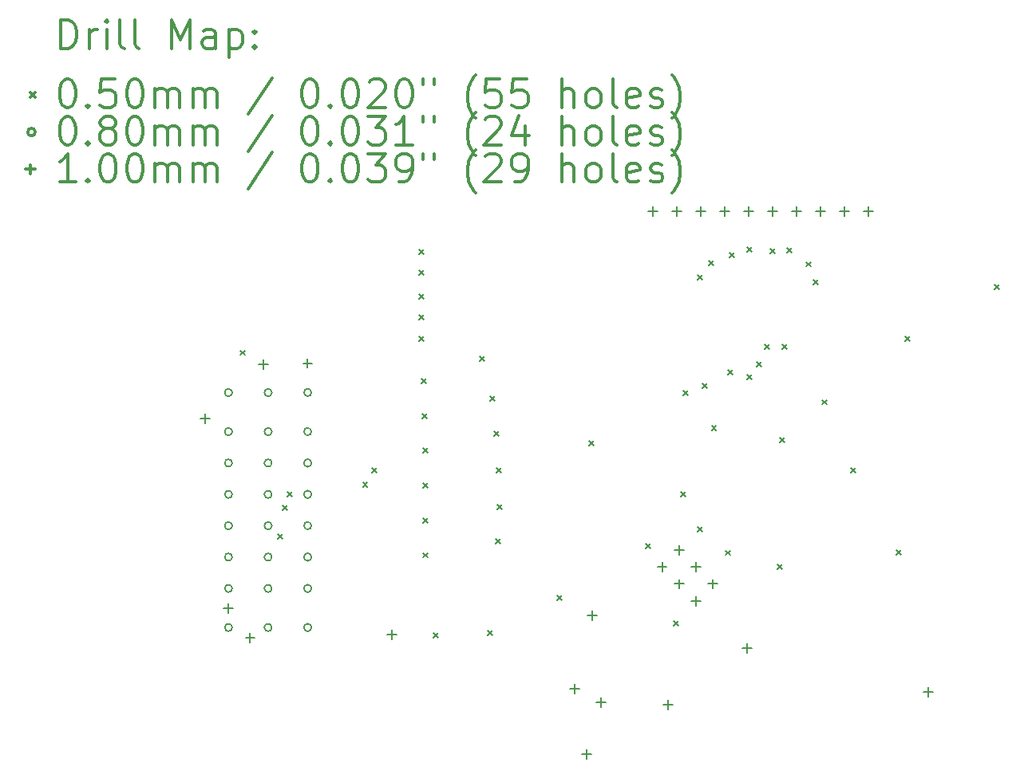
<source format=gbr>
%FSLAX45Y45*%
G04 Gerber Fmt 4.5, Leading zero omitted, Abs format (unit mm)*
G04 Created by KiCad (PCBNEW 4.0.7) date 06/18/18 23:10:05*
%MOMM*%
%LPD*%
G01*
G04 APERTURE LIST*
%ADD10C,0.127000*%
%ADD11C,0.200000*%
%ADD12C,0.300000*%
G04 APERTURE END LIST*
D10*
D11*
X2175000Y-3675000D02*
X2225000Y-3725000D01*
X2225000Y-3675000D02*
X2175000Y-3725000D01*
X2575000Y-5625000D02*
X2625000Y-5675000D01*
X2625000Y-5625000D02*
X2575000Y-5675000D01*
X2625000Y-5325000D02*
X2675000Y-5375000D01*
X2675000Y-5325000D02*
X2625000Y-5375000D01*
X2675000Y-5175000D02*
X2725000Y-5225000D01*
X2725000Y-5175000D02*
X2675000Y-5225000D01*
X3475000Y-5075000D02*
X3525000Y-5125000D01*
X3525000Y-5075000D02*
X3475000Y-5125000D01*
X3575000Y-4925000D02*
X3625000Y-4975000D01*
X3625000Y-4925000D02*
X3575000Y-4975000D01*
X4075000Y-2600000D02*
X4125000Y-2650000D01*
X4125000Y-2600000D02*
X4075000Y-2650000D01*
X4075000Y-2825000D02*
X4125000Y-2875000D01*
X4125000Y-2825000D02*
X4075000Y-2875000D01*
X4075000Y-3075000D02*
X4125000Y-3125000D01*
X4125000Y-3075000D02*
X4075000Y-3125000D01*
X4075000Y-3300000D02*
X4125000Y-3350000D01*
X4125000Y-3300000D02*
X4075000Y-3350000D01*
X4075000Y-3525000D02*
X4125000Y-3575000D01*
X4125000Y-3525000D02*
X4075000Y-3575000D01*
X4095000Y-3975000D02*
X4145000Y-4025000D01*
X4145000Y-3975000D02*
X4095000Y-4025000D01*
X4105000Y-4345000D02*
X4155000Y-4395000D01*
X4155000Y-4345000D02*
X4105000Y-4395000D01*
X4115000Y-4715000D02*
X4165000Y-4765000D01*
X4165000Y-4715000D02*
X4115000Y-4765000D01*
X4115000Y-5085000D02*
X4165000Y-5135000D01*
X4165000Y-5085000D02*
X4115000Y-5135000D01*
X4115000Y-5455000D02*
X4165000Y-5505000D01*
X4165000Y-5455000D02*
X4115000Y-5505000D01*
X4115000Y-5825000D02*
X4165000Y-5875000D01*
X4165000Y-5825000D02*
X4115000Y-5875000D01*
X4225000Y-6675000D02*
X4275000Y-6725000D01*
X4275000Y-6675000D02*
X4225000Y-6725000D01*
X4715000Y-3735000D02*
X4765000Y-3785000D01*
X4765000Y-3735000D02*
X4715000Y-3785000D01*
X4800000Y-6650000D02*
X4850000Y-6700000D01*
X4850000Y-6650000D02*
X4800000Y-6700000D01*
X4825000Y-4165000D02*
X4875000Y-4215000D01*
X4875000Y-4165000D02*
X4825000Y-4215000D01*
X4865000Y-4535000D02*
X4915000Y-4585000D01*
X4915000Y-4535000D02*
X4865000Y-4585000D01*
X4885000Y-5675000D02*
X4935000Y-5725000D01*
X4935000Y-5675000D02*
X4885000Y-5725000D01*
X4895000Y-4925000D02*
X4945000Y-4975000D01*
X4945000Y-4925000D02*
X4895000Y-4975000D01*
X4905000Y-5315000D02*
X4955000Y-5365000D01*
X4955000Y-5315000D02*
X4905000Y-5365000D01*
X5535000Y-6275000D02*
X5585000Y-6325000D01*
X5585000Y-6275000D02*
X5535000Y-6325000D01*
X5875000Y-4635000D02*
X5925000Y-4685000D01*
X5925000Y-4635000D02*
X5875000Y-4685000D01*
X6475000Y-5725000D02*
X6525000Y-5775000D01*
X6525000Y-5725000D02*
X6475000Y-5775000D01*
X6775000Y-6550000D02*
X6825000Y-6600000D01*
X6825000Y-6550000D02*
X6775000Y-6600000D01*
X6850000Y-5175000D02*
X6900000Y-5225000D01*
X6900000Y-5175000D02*
X6850000Y-5225000D01*
X6875000Y-4100000D02*
X6925000Y-4150000D01*
X6925000Y-4100000D02*
X6875000Y-4150000D01*
X7025000Y-2875000D02*
X7075000Y-2925000D01*
X7075000Y-2875000D02*
X7025000Y-2925000D01*
X7025000Y-5550000D02*
X7075000Y-5600000D01*
X7075000Y-5550000D02*
X7025000Y-5600000D01*
X7075000Y-4025000D02*
X7125000Y-4075000D01*
X7125000Y-4025000D02*
X7075000Y-4075000D01*
X7145000Y-2725000D02*
X7195000Y-2775000D01*
X7195000Y-2725000D02*
X7145000Y-2775000D01*
X7175000Y-4475000D02*
X7225000Y-4525000D01*
X7225000Y-4475000D02*
X7175000Y-4525000D01*
X7325000Y-5800000D02*
X7375000Y-5850000D01*
X7375000Y-5800000D02*
X7325000Y-5850000D01*
X7345000Y-3885000D02*
X7395000Y-3935000D01*
X7395000Y-3885000D02*
X7345000Y-3935000D01*
X7365000Y-2635000D02*
X7415000Y-2685000D01*
X7415000Y-2635000D02*
X7365000Y-2685000D01*
X7550000Y-2575000D02*
X7600000Y-2625000D01*
X7600000Y-2575000D02*
X7550000Y-2625000D01*
X7555000Y-3935000D02*
X7605000Y-3985000D01*
X7605000Y-3935000D02*
X7555000Y-3985000D01*
X7655000Y-3795000D02*
X7705000Y-3845000D01*
X7705000Y-3795000D02*
X7655000Y-3845000D01*
X7735000Y-3615000D02*
X7785000Y-3665000D01*
X7785000Y-3615000D02*
X7735000Y-3665000D01*
X7795000Y-2595000D02*
X7845000Y-2645000D01*
X7845000Y-2595000D02*
X7795000Y-2645000D01*
X7875000Y-5950000D02*
X7925000Y-6000000D01*
X7925000Y-5950000D02*
X7875000Y-6000000D01*
X7900000Y-4600000D02*
X7950000Y-4650000D01*
X7950000Y-4600000D02*
X7900000Y-4650000D01*
X7925000Y-3615000D02*
X7975000Y-3665000D01*
X7975000Y-3615000D02*
X7925000Y-3665000D01*
X7975000Y-2585000D02*
X8025000Y-2635000D01*
X8025000Y-2585000D02*
X7975000Y-2635000D01*
X8175000Y-2735000D02*
X8225000Y-2785000D01*
X8225000Y-2735000D02*
X8175000Y-2785000D01*
X8255000Y-2925000D02*
X8305000Y-2975000D01*
X8305000Y-2925000D02*
X8255000Y-2975000D01*
X8350000Y-4200000D02*
X8400000Y-4250000D01*
X8400000Y-4200000D02*
X8350000Y-4250000D01*
X8650000Y-4925000D02*
X8700000Y-4975000D01*
X8700000Y-4925000D02*
X8650000Y-4975000D01*
X9135000Y-5795000D02*
X9185000Y-5845000D01*
X9185000Y-5795000D02*
X9135000Y-5845000D01*
X9225000Y-3525000D02*
X9275000Y-3575000D01*
X9275000Y-3525000D02*
X9225000Y-3575000D01*
X10175000Y-2975000D02*
X10225000Y-3025000D01*
X10225000Y-2975000D02*
X10175000Y-3025000D01*
X2090000Y-4123000D02*
G75*
G03X2090000Y-4123000I-40000J0D01*
G01*
X2090000Y-4538000D02*
G75*
G03X2090000Y-4538000I-40000J0D01*
G01*
X2090000Y-4871000D02*
G75*
G03X2090000Y-4871000I-40000J0D01*
G01*
X2090000Y-5204000D02*
G75*
G03X2090000Y-5204000I-40000J0D01*
G01*
X2090000Y-5537000D02*
G75*
G03X2090000Y-5537000I-40000J0D01*
G01*
X2090000Y-5870000D02*
G75*
G03X2090000Y-5870000I-40000J0D01*
G01*
X2090000Y-6203000D02*
G75*
G03X2090000Y-6203000I-40000J0D01*
G01*
X2090000Y-6618000D02*
G75*
G03X2090000Y-6618000I-40000J0D01*
G01*
X2510000Y-4123000D02*
G75*
G03X2510000Y-4123000I-40000J0D01*
G01*
X2510000Y-4538000D02*
G75*
G03X2510000Y-4538000I-40000J0D01*
G01*
X2510000Y-4871000D02*
G75*
G03X2510000Y-4871000I-40000J0D01*
G01*
X2510000Y-5204000D02*
G75*
G03X2510000Y-5204000I-40000J0D01*
G01*
X2510000Y-5537000D02*
G75*
G03X2510000Y-5537000I-40000J0D01*
G01*
X2510000Y-5870000D02*
G75*
G03X2510000Y-5870000I-40000J0D01*
G01*
X2510000Y-6203000D02*
G75*
G03X2510000Y-6203000I-40000J0D01*
G01*
X2510000Y-6618000D02*
G75*
G03X2510000Y-6618000I-40000J0D01*
G01*
X2930000Y-4123000D02*
G75*
G03X2930000Y-4123000I-40000J0D01*
G01*
X2930000Y-4538000D02*
G75*
G03X2930000Y-4538000I-40000J0D01*
G01*
X2930000Y-4871000D02*
G75*
G03X2930000Y-4871000I-40000J0D01*
G01*
X2930000Y-5204000D02*
G75*
G03X2930000Y-5204000I-40000J0D01*
G01*
X2930000Y-5537000D02*
G75*
G03X2930000Y-5537000I-40000J0D01*
G01*
X2930000Y-5870000D02*
G75*
G03X2930000Y-5870000I-40000J0D01*
G01*
X2930000Y-6203000D02*
G75*
G03X2930000Y-6203000I-40000J0D01*
G01*
X2930000Y-6618000D02*
G75*
G03X2930000Y-6618000I-40000J0D01*
G01*
X1800000Y-4350000D02*
X1800000Y-4450000D01*
X1750000Y-4400000D02*
X1850000Y-4400000D01*
X2050000Y-6360000D02*
X2050000Y-6460000D01*
X2000000Y-6410000D02*
X2100000Y-6410000D01*
X2280000Y-6680000D02*
X2280000Y-6780000D01*
X2230000Y-6730000D02*
X2330000Y-6730000D01*
X2420000Y-3770000D02*
X2420000Y-3870000D01*
X2370000Y-3820000D02*
X2470000Y-3820000D01*
X2890000Y-3760000D02*
X2890000Y-3860000D01*
X2840000Y-3810000D02*
X2940000Y-3810000D01*
X3780000Y-6640000D02*
X3780000Y-6740000D01*
X3730000Y-6690000D02*
X3830000Y-6690000D01*
X5720000Y-7220000D02*
X5720000Y-7320000D01*
X5670000Y-7270000D02*
X5770000Y-7270000D01*
X5850000Y-7910000D02*
X5850000Y-8010000D01*
X5800000Y-7960000D02*
X5900000Y-7960000D01*
X5910000Y-6440000D02*
X5910000Y-6540000D01*
X5860000Y-6490000D02*
X5960000Y-6490000D01*
X6000000Y-7360000D02*
X6000000Y-7460000D01*
X5950000Y-7410000D02*
X6050000Y-7410000D01*
X6550000Y-2150000D02*
X6550000Y-2250000D01*
X6500000Y-2200000D02*
X6600000Y-2200000D01*
X6650000Y-5925000D02*
X6650000Y-6025000D01*
X6600000Y-5975000D02*
X6700000Y-5975000D01*
X6710000Y-7390000D02*
X6710000Y-7490000D01*
X6660000Y-7440000D02*
X6760000Y-7440000D01*
X6804000Y-2150000D02*
X6804000Y-2250000D01*
X6754000Y-2200000D02*
X6854000Y-2200000D01*
X6829605Y-5745395D02*
X6829605Y-5845395D01*
X6779605Y-5795395D02*
X6879605Y-5795395D01*
X6829605Y-6104605D02*
X6829605Y-6204605D01*
X6779605Y-6154605D02*
X6879605Y-6154605D01*
X7009210Y-5925000D02*
X7009210Y-6025000D01*
X6959210Y-5975000D02*
X7059210Y-5975000D01*
X7009210Y-6284210D02*
X7009210Y-6384210D01*
X6959210Y-6334210D02*
X7059210Y-6334210D01*
X7058000Y-2150000D02*
X7058000Y-2250000D01*
X7008000Y-2200000D02*
X7108000Y-2200000D01*
X7188815Y-6104605D02*
X7188815Y-6204605D01*
X7138815Y-6154605D02*
X7238815Y-6154605D01*
X7312000Y-2150000D02*
X7312000Y-2250000D01*
X7262000Y-2200000D02*
X7362000Y-2200000D01*
X7550000Y-6790000D02*
X7550000Y-6890000D01*
X7500000Y-6840000D02*
X7600000Y-6840000D01*
X7566000Y-2150000D02*
X7566000Y-2250000D01*
X7516000Y-2200000D02*
X7616000Y-2200000D01*
X7820000Y-2150000D02*
X7820000Y-2250000D01*
X7770000Y-2200000D02*
X7870000Y-2200000D01*
X8074000Y-2150000D02*
X8074000Y-2250000D01*
X8024000Y-2200000D02*
X8124000Y-2200000D01*
X8328000Y-2150000D02*
X8328000Y-2250000D01*
X8278000Y-2200000D02*
X8378000Y-2200000D01*
X8582000Y-2150000D02*
X8582000Y-2250000D01*
X8532000Y-2200000D02*
X8632000Y-2200000D01*
X8836000Y-2150000D02*
X8836000Y-2250000D01*
X8786000Y-2200000D02*
X8886000Y-2200000D01*
X9470000Y-7250000D02*
X9470000Y-7350000D01*
X9420000Y-7300000D02*
X9520000Y-7300000D01*
D12*
X271429Y-465714D02*
X271429Y-165714D01*
X342857Y-165714D01*
X385714Y-180000D01*
X414286Y-208571D01*
X428571Y-237143D01*
X442857Y-294286D01*
X442857Y-337143D01*
X428571Y-394286D01*
X414286Y-422857D01*
X385714Y-451429D01*
X342857Y-465714D01*
X271429Y-465714D01*
X571429Y-465714D02*
X571429Y-265714D01*
X571429Y-322857D02*
X585714Y-294286D01*
X600000Y-280000D01*
X628571Y-265714D01*
X657143Y-265714D01*
X757143Y-465714D02*
X757143Y-265714D01*
X757143Y-165714D02*
X742857Y-180000D01*
X757143Y-194286D01*
X771429Y-180000D01*
X757143Y-165714D01*
X757143Y-194286D01*
X942857Y-465714D02*
X914286Y-451429D01*
X900000Y-422857D01*
X900000Y-165714D01*
X1100000Y-465714D02*
X1071429Y-451429D01*
X1057143Y-422857D01*
X1057143Y-165714D01*
X1442857Y-465714D02*
X1442857Y-165714D01*
X1542857Y-380000D01*
X1642857Y-165714D01*
X1642857Y-465714D01*
X1914286Y-465714D02*
X1914286Y-308571D01*
X1900000Y-280000D01*
X1871429Y-265714D01*
X1814286Y-265714D01*
X1785714Y-280000D01*
X1914286Y-451429D02*
X1885714Y-465714D01*
X1814286Y-465714D01*
X1785714Y-451429D01*
X1771429Y-422857D01*
X1771429Y-394286D01*
X1785714Y-365714D01*
X1814286Y-351429D01*
X1885714Y-351429D01*
X1914286Y-337143D01*
X2057143Y-265714D02*
X2057143Y-565714D01*
X2057143Y-280000D02*
X2085714Y-265714D01*
X2142857Y-265714D01*
X2171429Y-280000D01*
X2185714Y-294286D01*
X2200000Y-322857D01*
X2200000Y-408571D01*
X2185714Y-437143D01*
X2171429Y-451429D01*
X2142857Y-465714D01*
X2085714Y-465714D01*
X2057143Y-451429D01*
X2328572Y-437143D02*
X2342857Y-451429D01*
X2328572Y-465714D01*
X2314286Y-451429D01*
X2328572Y-437143D01*
X2328572Y-465714D01*
X2328572Y-280000D02*
X2342857Y-294286D01*
X2328572Y-308571D01*
X2314286Y-294286D01*
X2328572Y-280000D01*
X2328572Y-308571D01*
X-50000Y-935000D02*
X0Y-985000D01*
X0Y-935000D02*
X-50000Y-985000D01*
X328571Y-795714D02*
X357143Y-795714D01*
X385714Y-810000D01*
X400000Y-824286D01*
X414286Y-852857D01*
X428571Y-910000D01*
X428571Y-981429D01*
X414286Y-1038571D01*
X400000Y-1067143D01*
X385714Y-1081429D01*
X357143Y-1095714D01*
X328571Y-1095714D01*
X300000Y-1081429D01*
X285714Y-1067143D01*
X271429Y-1038571D01*
X257143Y-981429D01*
X257143Y-910000D01*
X271429Y-852857D01*
X285714Y-824286D01*
X300000Y-810000D01*
X328571Y-795714D01*
X557143Y-1067143D02*
X571429Y-1081429D01*
X557143Y-1095714D01*
X542857Y-1081429D01*
X557143Y-1067143D01*
X557143Y-1095714D01*
X842857Y-795714D02*
X700000Y-795714D01*
X685714Y-938571D01*
X700000Y-924286D01*
X728571Y-910000D01*
X800000Y-910000D01*
X828571Y-924286D01*
X842857Y-938571D01*
X857143Y-967143D01*
X857143Y-1038571D01*
X842857Y-1067143D01*
X828571Y-1081429D01*
X800000Y-1095714D01*
X728571Y-1095714D01*
X700000Y-1081429D01*
X685714Y-1067143D01*
X1042857Y-795714D02*
X1071429Y-795714D01*
X1100000Y-810000D01*
X1114286Y-824286D01*
X1128571Y-852857D01*
X1142857Y-910000D01*
X1142857Y-981429D01*
X1128571Y-1038571D01*
X1114286Y-1067143D01*
X1100000Y-1081429D01*
X1071429Y-1095714D01*
X1042857Y-1095714D01*
X1014286Y-1081429D01*
X1000000Y-1067143D01*
X985714Y-1038571D01*
X971429Y-981429D01*
X971429Y-910000D01*
X985714Y-852857D01*
X1000000Y-824286D01*
X1014286Y-810000D01*
X1042857Y-795714D01*
X1271429Y-1095714D02*
X1271429Y-895714D01*
X1271429Y-924286D02*
X1285714Y-910000D01*
X1314286Y-895714D01*
X1357143Y-895714D01*
X1385714Y-910000D01*
X1400000Y-938571D01*
X1400000Y-1095714D01*
X1400000Y-938571D02*
X1414286Y-910000D01*
X1442857Y-895714D01*
X1485714Y-895714D01*
X1514286Y-910000D01*
X1528571Y-938571D01*
X1528571Y-1095714D01*
X1671429Y-1095714D02*
X1671429Y-895714D01*
X1671429Y-924286D02*
X1685714Y-910000D01*
X1714286Y-895714D01*
X1757143Y-895714D01*
X1785714Y-910000D01*
X1800000Y-938571D01*
X1800000Y-1095714D01*
X1800000Y-938571D02*
X1814286Y-910000D01*
X1842857Y-895714D01*
X1885714Y-895714D01*
X1914286Y-910000D01*
X1928571Y-938571D01*
X1928571Y-1095714D01*
X2514286Y-781429D02*
X2257143Y-1167143D01*
X2900000Y-795714D02*
X2928571Y-795714D01*
X2957143Y-810000D01*
X2971428Y-824286D01*
X2985714Y-852857D01*
X3000000Y-910000D01*
X3000000Y-981429D01*
X2985714Y-1038571D01*
X2971428Y-1067143D01*
X2957143Y-1081429D01*
X2928571Y-1095714D01*
X2900000Y-1095714D01*
X2871428Y-1081429D01*
X2857143Y-1067143D01*
X2842857Y-1038571D01*
X2828571Y-981429D01*
X2828571Y-910000D01*
X2842857Y-852857D01*
X2857143Y-824286D01*
X2871428Y-810000D01*
X2900000Y-795714D01*
X3128571Y-1067143D02*
X3142857Y-1081429D01*
X3128571Y-1095714D01*
X3114286Y-1081429D01*
X3128571Y-1067143D01*
X3128571Y-1095714D01*
X3328571Y-795714D02*
X3357143Y-795714D01*
X3385714Y-810000D01*
X3400000Y-824286D01*
X3414286Y-852857D01*
X3428571Y-910000D01*
X3428571Y-981429D01*
X3414286Y-1038571D01*
X3400000Y-1067143D01*
X3385714Y-1081429D01*
X3357143Y-1095714D01*
X3328571Y-1095714D01*
X3300000Y-1081429D01*
X3285714Y-1067143D01*
X3271428Y-1038571D01*
X3257143Y-981429D01*
X3257143Y-910000D01*
X3271428Y-852857D01*
X3285714Y-824286D01*
X3300000Y-810000D01*
X3328571Y-795714D01*
X3542857Y-824286D02*
X3557143Y-810000D01*
X3585714Y-795714D01*
X3657143Y-795714D01*
X3685714Y-810000D01*
X3700000Y-824286D01*
X3714286Y-852857D01*
X3714286Y-881429D01*
X3700000Y-924286D01*
X3528571Y-1095714D01*
X3714286Y-1095714D01*
X3900000Y-795714D02*
X3928571Y-795714D01*
X3957143Y-810000D01*
X3971428Y-824286D01*
X3985714Y-852857D01*
X4000000Y-910000D01*
X4000000Y-981429D01*
X3985714Y-1038571D01*
X3971428Y-1067143D01*
X3957143Y-1081429D01*
X3928571Y-1095714D01*
X3900000Y-1095714D01*
X3871428Y-1081429D01*
X3857143Y-1067143D01*
X3842857Y-1038571D01*
X3828571Y-981429D01*
X3828571Y-910000D01*
X3842857Y-852857D01*
X3857143Y-824286D01*
X3871428Y-810000D01*
X3900000Y-795714D01*
X4114286Y-795714D02*
X4114286Y-852857D01*
X4228571Y-795714D02*
X4228571Y-852857D01*
X4671429Y-1210000D02*
X4657143Y-1195714D01*
X4628571Y-1152857D01*
X4614286Y-1124286D01*
X4600000Y-1081429D01*
X4585714Y-1010000D01*
X4585714Y-952857D01*
X4600000Y-881429D01*
X4614286Y-838571D01*
X4628571Y-810000D01*
X4657143Y-767143D01*
X4671429Y-752857D01*
X4928571Y-795714D02*
X4785714Y-795714D01*
X4771429Y-938571D01*
X4785714Y-924286D01*
X4814286Y-910000D01*
X4885714Y-910000D01*
X4914286Y-924286D01*
X4928571Y-938571D01*
X4942857Y-967143D01*
X4942857Y-1038571D01*
X4928571Y-1067143D01*
X4914286Y-1081429D01*
X4885714Y-1095714D01*
X4814286Y-1095714D01*
X4785714Y-1081429D01*
X4771429Y-1067143D01*
X5214286Y-795714D02*
X5071429Y-795714D01*
X5057143Y-938571D01*
X5071429Y-924286D01*
X5100000Y-910000D01*
X5171429Y-910000D01*
X5200000Y-924286D01*
X5214286Y-938571D01*
X5228571Y-967143D01*
X5228571Y-1038571D01*
X5214286Y-1067143D01*
X5200000Y-1081429D01*
X5171429Y-1095714D01*
X5100000Y-1095714D01*
X5071429Y-1081429D01*
X5057143Y-1067143D01*
X5585714Y-1095714D02*
X5585714Y-795714D01*
X5714286Y-1095714D02*
X5714286Y-938571D01*
X5700000Y-910000D01*
X5671428Y-895714D01*
X5628571Y-895714D01*
X5600000Y-910000D01*
X5585714Y-924286D01*
X5900000Y-1095714D02*
X5871428Y-1081429D01*
X5857143Y-1067143D01*
X5842857Y-1038571D01*
X5842857Y-952857D01*
X5857143Y-924286D01*
X5871428Y-910000D01*
X5900000Y-895714D01*
X5942857Y-895714D01*
X5971428Y-910000D01*
X5985714Y-924286D01*
X6000000Y-952857D01*
X6000000Y-1038571D01*
X5985714Y-1067143D01*
X5971428Y-1081429D01*
X5942857Y-1095714D01*
X5900000Y-1095714D01*
X6171428Y-1095714D02*
X6142857Y-1081429D01*
X6128571Y-1052857D01*
X6128571Y-795714D01*
X6400000Y-1081429D02*
X6371429Y-1095714D01*
X6314286Y-1095714D01*
X6285714Y-1081429D01*
X6271429Y-1052857D01*
X6271429Y-938571D01*
X6285714Y-910000D01*
X6314286Y-895714D01*
X6371429Y-895714D01*
X6400000Y-910000D01*
X6414286Y-938571D01*
X6414286Y-967143D01*
X6271429Y-995714D01*
X6528571Y-1081429D02*
X6557143Y-1095714D01*
X6614286Y-1095714D01*
X6642857Y-1081429D01*
X6657143Y-1052857D01*
X6657143Y-1038571D01*
X6642857Y-1010000D01*
X6614286Y-995714D01*
X6571429Y-995714D01*
X6542857Y-981429D01*
X6528571Y-952857D01*
X6528571Y-938571D01*
X6542857Y-910000D01*
X6571429Y-895714D01*
X6614286Y-895714D01*
X6642857Y-910000D01*
X6757143Y-1210000D02*
X6771429Y-1195714D01*
X6800000Y-1152857D01*
X6814286Y-1124286D01*
X6828571Y-1081429D01*
X6842857Y-1010000D01*
X6842857Y-952857D01*
X6828571Y-881429D01*
X6814286Y-838571D01*
X6800000Y-810000D01*
X6771429Y-767143D01*
X6757143Y-752857D01*
X0Y-1356000D02*
G75*
G03X0Y-1356000I-40000J0D01*
G01*
X328571Y-1191714D02*
X357143Y-1191714D01*
X385714Y-1206000D01*
X400000Y-1220286D01*
X414286Y-1248857D01*
X428571Y-1306000D01*
X428571Y-1377429D01*
X414286Y-1434571D01*
X400000Y-1463143D01*
X385714Y-1477429D01*
X357143Y-1491714D01*
X328571Y-1491714D01*
X300000Y-1477429D01*
X285714Y-1463143D01*
X271429Y-1434571D01*
X257143Y-1377429D01*
X257143Y-1306000D01*
X271429Y-1248857D01*
X285714Y-1220286D01*
X300000Y-1206000D01*
X328571Y-1191714D01*
X557143Y-1463143D02*
X571429Y-1477429D01*
X557143Y-1491714D01*
X542857Y-1477429D01*
X557143Y-1463143D01*
X557143Y-1491714D01*
X742857Y-1320286D02*
X714286Y-1306000D01*
X700000Y-1291714D01*
X685714Y-1263143D01*
X685714Y-1248857D01*
X700000Y-1220286D01*
X714286Y-1206000D01*
X742857Y-1191714D01*
X800000Y-1191714D01*
X828571Y-1206000D01*
X842857Y-1220286D01*
X857143Y-1248857D01*
X857143Y-1263143D01*
X842857Y-1291714D01*
X828571Y-1306000D01*
X800000Y-1320286D01*
X742857Y-1320286D01*
X714286Y-1334571D01*
X700000Y-1348857D01*
X685714Y-1377429D01*
X685714Y-1434571D01*
X700000Y-1463143D01*
X714286Y-1477429D01*
X742857Y-1491714D01*
X800000Y-1491714D01*
X828571Y-1477429D01*
X842857Y-1463143D01*
X857143Y-1434571D01*
X857143Y-1377429D01*
X842857Y-1348857D01*
X828571Y-1334571D01*
X800000Y-1320286D01*
X1042857Y-1191714D02*
X1071429Y-1191714D01*
X1100000Y-1206000D01*
X1114286Y-1220286D01*
X1128571Y-1248857D01*
X1142857Y-1306000D01*
X1142857Y-1377429D01*
X1128571Y-1434571D01*
X1114286Y-1463143D01*
X1100000Y-1477429D01*
X1071429Y-1491714D01*
X1042857Y-1491714D01*
X1014286Y-1477429D01*
X1000000Y-1463143D01*
X985714Y-1434571D01*
X971429Y-1377429D01*
X971429Y-1306000D01*
X985714Y-1248857D01*
X1000000Y-1220286D01*
X1014286Y-1206000D01*
X1042857Y-1191714D01*
X1271429Y-1491714D02*
X1271429Y-1291714D01*
X1271429Y-1320286D02*
X1285714Y-1306000D01*
X1314286Y-1291714D01*
X1357143Y-1291714D01*
X1385714Y-1306000D01*
X1400000Y-1334571D01*
X1400000Y-1491714D01*
X1400000Y-1334571D02*
X1414286Y-1306000D01*
X1442857Y-1291714D01*
X1485714Y-1291714D01*
X1514286Y-1306000D01*
X1528571Y-1334571D01*
X1528571Y-1491714D01*
X1671429Y-1491714D02*
X1671429Y-1291714D01*
X1671429Y-1320286D02*
X1685714Y-1306000D01*
X1714286Y-1291714D01*
X1757143Y-1291714D01*
X1785714Y-1306000D01*
X1800000Y-1334571D01*
X1800000Y-1491714D01*
X1800000Y-1334571D02*
X1814286Y-1306000D01*
X1842857Y-1291714D01*
X1885714Y-1291714D01*
X1914286Y-1306000D01*
X1928571Y-1334571D01*
X1928571Y-1491714D01*
X2514286Y-1177429D02*
X2257143Y-1563143D01*
X2900000Y-1191714D02*
X2928571Y-1191714D01*
X2957143Y-1206000D01*
X2971428Y-1220286D01*
X2985714Y-1248857D01*
X3000000Y-1306000D01*
X3000000Y-1377429D01*
X2985714Y-1434571D01*
X2971428Y-1463143D01*
X2957143Y-1477429D01*
X2928571Y-1491714D01*
X2900000Y-1491714D01*
X2871428Y-1477429D01*
X2857143Y-1463143D01*
X2842857Y-1434571D01*
X2828571Y-1377429D01*
X2828571Y-1306000D01*
X2842857Y-1248857D01*
X2857143Y-1220286D01*
X2871428Y-1206000D01*
X2900000Y-1191714D01*
X3128571Y-1463143D02*
X3142857Y-1477429D01*
X3128571Y-1491714D01*
X3114286Y-1477429D01*
X3128571Y-1463143D01*
X3128571Y-1491714D01*
X3328571Y-1191714D02*
X3357143Y-1191714D01*
X3385714Y-1206000D01*
X3400000Y-1220286D01*
X3414286Y-1248857D01*
X3428571Y-1306000D01*
X3428571Y-1377429D01*
X3414286Y-1434571D01*
X3400000Y-1463143D01*
X3385714Y-1477429D01*
X3357143Y-1491714D01*
X3328571Y-1491714D01*
X3300000Y-1477429D01*
X3285714Y-1463143D01*
X3271428Y-1434571D01*
X3257143Y-1377429D01*
X3257143Y-1306000D01*
X3271428Y-1248857D01*
X3285714Y-1220286D01*
X3300000Y-1206000D01*
X3328571Y-1191714D01*
X3528571Y-1191714D02*
X3714286Y-1191714D01*
X3614286Y-1306000D01*
X3657143Y-1306000D01*
X3685714Y-1320286D01*
X3700000Y-1334571D01*
X3714286Y-1363143D01*
X3714286Y-1434571D01*
X3700000Y-1463143D01*
X3685714Y-1477429D01*
X3657143Y-1491714D01*
X3571428Y-1491714D01*
X3542857Y-1477429D01*
X3528571Y-1463143D01*
X4000000Y-1491714D02*
X3828571Y-1491714D01*
X3914286Y-1491714D02*
X3914286Y-1191714D01*
X3885714Y-1234571D01*
X3857143Y-1263143D01*
X3828571Y-1277429D01*
X4114286Y-1191714D02*
X4114286Y-1248857D01*
X4228571Y-1191714D02*
X4228571Y-1248857D01*
X4671429Y-1606000D02*
X4657143Y-1591714D01*
X4628571Y-1548857D01*
X4614286Y-1520286D01*
X4600000Y-1477429D01*
X4585714Y-1406000D01*
X4585714Y-1348857D01*
X4600000Y-1277429D01*
X4614286Y-1234571D01*
X4628571Y-1206000D01*
X4657143Y-1163143D01*
X4671429Y-1148857D01*
X4771429Y-1220286D02*
X4785714Y-1206000D01*
X4814286Y-1191714D01*
X4885714Y-1191714D01*
X4914286Y-1206000D01*
X4928571Y-1220286D01*
X4942857Y-1248857D01*
X4942857Y-1277429D01*
X4928571Y-1320286D01*
X4757143Y-1491714D01*
X4942857Y-1491714D01*
X5200000Y-1291714D02*
X5200000Y-1491714D01*
X5128571Y-1177429D02*
X5057143Y-1391714D01*
X5242857Y-1391714D01*
X5585714Y-1491714D02*
X5585714Y-1191714D01*
X5714286Y-1491714D02*
X5714286Y-1334571D01*
X5700000Y-1306000D01*
X5671428Y-1291714D01*
X5628571Y-1291714D01*
X5600000Y-1306000D01*
X5585714Y-1320286D01*
X5900000Y-1491714D02*
X5871428Y-1477429D01*
X5857143Y-1463143D01*
X5842857Y-1434571D01*
X5842857Y-1348857D01*
X5857143Y-1320286D01*
X5871428Y-1306000D01*
X5900000Y-1291714D01*
X5942857Y-1291714D01*
X5971428Y-1306000D01*
X5985714Y-1320286D01*
X6000000Y-1348857D01*
X6000000Y-1434571D01*
X5985714Y-1463143D01*
X5971428Y-1477429D01*
X5942857Y-1491714D01*
X5900000Y-1491714D01*
X6171428Y-1491714D02*
X6142857Y-1477429D01*
X6128571Y-1448857D01*
X6128571Y-1191714D01*
X6400000Y-1477429D02*
X6371429Y-1491714D01*
X6314286Y-1491714D01*
X6285714Y-1477429D01*
X6271429Y-1448857D01*
X6271429Y-1334571D01*
X6285714Y-1306000D01*
X6314286Y-1291714D01*
X6371429Y-1291714D01*
X6400000Y-1306000D01*
X6414286Y-1334571D01*
X6414286Y-1363143D01*
X6271429Y-1391714D01*
X6528571Y-1477429D02*
X6557143Y-1491714D01*
X6614286Y-1491714D01*
X6642857Y-1477429D01*
X6657143Y-1448857D01*
X6657143Y-1434571D01*
X6642857Y-1406000D01*
X6614286Y-1391714D01*
X6571429Y-1391714D01*
X6542857Y-1377429D01*
X6528571Y-1348857D01*
X6528571Y-1334571D01*
X6542857Y-1306000D01*
X6571429Y-1291714D01*
X6614286Y-1291714D01*
X6642857Y-1306000D01*
X6757143Y-1606000D02*
X6771429Y-1591714D01*
X6800000Y-1548857D01*
X6814286Y-1520286D01*
X6828571Y-1477429D01*
X6842857Y-1406000D01*
X6842857Y-1348857D01*
X6828571Y-1277429D01*
X6814286Y-1234571D01*
X6800000Y-1206000D01*
X6771429Y-1163143D01*
X6757143Y-1148857D01*
X-50000Y-1702000D02*
X-50000Y-1802000D01*
X-100000Y-1752000D02*
X0Y-1752000D01*
X428571Y-1887714D02*
X257143Y-1887714D01*
X342857Y-1887714D02*
X342857Y-1587714D01*
X314286Y-1630571D01*
X285714Y-1659143D01*
X257143Y-1673429D01*
X557143Y-1859143D02*
X571429Y-1873429D01*
X557143Y-1887714D01*
X542857Y-1873429D01*
X557143Y-1859143D01*
X557143Y-1887714D01*
X757143Y-1587714D02*
X785714Y-1587714D01*
X814286Y-1602000D01*
X828571Y-1616286D01*
X842857Y-1644857D01*
X857143Y-1702000D01*
X857143Y-1773429D01*
X842857Y-1830571D01*
X828571Y-1859143D01*
X814286Y-1873429D01*
X785714Y-1887714D01*
X757143Y-1887714D01*
X728571Y-1873429D01*
X714286Y-1859143D01*
X700000Y-1830571D01*
X685714Y-1773429D01*
X685714Y-1702000D01*
X700000Y-1644857D01*
X714286Y-1616286D01*
X728571Y-1602000D01*
X757143Y-1587714D01*
X1042857Y-1587714D02*
X1071429Y-1587714D01*
X1100000Y-1602000D01*
X1114286Y-1616286D01*
X1128571Y-1644857D01*
X1142857Y-1702000D01*
X1142857Y-1773429D01*
X1128571Y-1830571D01*
X1114286Y-1859143D01*
X1100000Y-1873429D01*
X1071429Y-1887714D01*
X1042857Y-1887714D01*
X1014286Y-1873429D01*
X1000000Y-1859143D01*
X985714Y-1830571D01*
X971429Y-1773429D01*
X971429Y-1702000D01*
X985714Y-1644857D01*
X1000000Y-1616286D01*
X1014286Y-1602000D01*
X1042857Y-1587714D01*
X1271429Y-1887714D02*
X1271429Y-1687714D01*
X1271429Y-1716286D02*
X1285714Y-1702000D01*
X1314286Y-1687714D01*
X1357143Y-1687714D01*
X1385714Y-1702000D01*
X1400000Y-1730571D01*
X1400000Y-1887714D01*
X1400000Y-1730571D02*
X1414286Y-1702000D01*
X1442857Y-1687714D01*
X1485714Y-1687714D01*
X1514286Y-1702000D01*
X1528571Y-1730571D01*
X1528571Y-1887714D01*
X1671429Y-1887714D02*
X1671429Y-1687714D01*
X1671429Y-1716286D02*
X1685714Y-1702000D01*
X1714286Y-1687714D01*
X1757143Y-1687714D01*
X1785714Y-1702000D01*
X1800000Y-1730571D01*
X1800000Y-1887714D01*
X1800000Y-1730571D02*
X1814286Y-1702000D01*
X1842857Y-1687714D01*
X1885714Y-1687714D01*
X1914286Y-1702000D01*
X1928571Y-1730571D01*
X1928571Y-1887714D01*
X2514286Y-1573429D02*
X2257143Y-1959143D01*
X2900000Y-1587714D02*
X2928571Y-1587714D01*
X2957143Y-1602000D01*
X2971428Y-1616286D01*
X2985714Y-1644857D01*
X3000000Y-1702000D01*
X3000000Y-1773429D01*
X2985714Y-1830571D01*
X2971428Y-1859143D01*
X2957143Y-1873429D01*
X2928571Y-1887714D01*
X2900000Y-1887714D01*
X2871428Y-1873429D01*
X2857143Y-1859143D01*
X2842857Y-1830571D01*
X2828571Y-1773429D01*
X2828571Y-1702000D01*
X2842857Y-1644857D01*
X2857143Y-1616286D01*
X2871428Y-1602000D01*
X2900000Y-1587714D01*
X3128571Y-1859143D02*
X3142857Y-1873429D01*
X3128571Y-1887714D01*
X3114286Y-1873429D01*
X3128571Y-1859143D01*
X3128571Y-1887714D01*
X3328571Y-1587714D02*
X3357143Y-1587714D01*
X3385714Y-1602000D01*
X3400000Y-1616286D01*
X3414286Y-1644857D01*
X3428571Y-1702000D01*
X3428571Y-1773429D01*
X3414286Y-1830571D01*
X3400000Y-1859143D01*
X3385714Y-1873429D01*
X3357143Y-1887714D01*
X3328571Y-1887714D01*
X3300000Y-1873429D01*
X3285714Y-1859143D01*
X3271428Y-1830571D01*
X3257143Y-1773429D01*
X3257143Y-1702000D01*
X3271428Y-1644857D01*
X3285714Y-1616286D01*
X3300000Y-1602000D01*
X3328571Y-1587714D01*
X3528571Y-1587714D02*
X3714286Y-1587714D01*
X3614286Y-1702000D01*
X3657143Y-1702000D01*
X3685714Y-1716286D01*
X3700000Y-1730571D01*
X3714286Y-1759143D01*
X3714286Y-1830571D01*
X3700000Y-1859143D01*
X3685714Y-1873429D01*
X3657143Y-1887714D01*
X3571428Y-1887714D01*
X3542857Y-1873429D01*
X3528571Y-1859143D01*
X3857143Y-1887714D02*
X3914286Y-1887714D01*
X3942857Y-1873429D01*
X3957143Y-1859143D01*
X3985714Y-1816286D01*
X4000000Y-1759143D01*
X4000000Y-1644857D01*
X3985714Y-1616286D01*
X3971428Y-1602000D01*
X3942857Y-1587714D01*
X3885714Y-1587714D01*
X3857143Y-1602000D01*
X3842857Y-1616286D01*
X3828571Y-1644857D01*
X3828571Y-1716286D01*
X3842857Y-1744857D01*
X3857143Y-1759143D01*
X3885714Y-1773429D01*
X3942857Y-1773429D01*
X3971428Y-1759143D01*
X3985714Y-1744857D01*
X4000000Y-1716286D01*
X4114286Y-1587714D02*
X4114286Y-1644857D01*
X4228571Y-1587714D02*
X4228571Y-1644857D01*
X4671429Y-2002000D02*
X4657143Y-1987714D01*
X4628571Y-1944857D01*
X4614286Y-1916286D01*
X4600000Y-1873429D01*
X4585714Y-1802000D01*
X4585714Y-1744857D01*
X4600000Y-1673429D01*
X4614286Y-1630571D01*
X4628571Y-1602000D01*
X4657143Y-1559143D01*
X4671429Y-1544857D01*
X4771429Y-1616286D02*
X4785714Y-1602000D01*
X4814286Y-1587714D01*
X4885714Y-1587714D01*
X4914286Y-1602000D01*
X4928571Y-1616286D01*
X4942857Y-1644857D01*
X4942857Y-1673429D01*
X4928571Y-1716286D01*
X4757143Y-1887714D01*
X4942857Y-1887714D01*
X5085714Y-1887714D02*
X5142857Y-1887714D01*
X5171429Y-1873429D01*
X5185714Y-1859143D01*
X5214286Y-1816286D01*
X5228571Y-1759143D01*
X5228571Y-1644857D01*
X5214286Y-1616286D01*
X5200000Y-1602000D01*
X5171429Y-1587714D01*
X5114286Y-1587714D01*
X5085714Y-1602000D01*
X5071429Y-1616286D01*
X5057143Y-1644857D01*
X5057143Y-1716286D01*
X5071429Y-1744857D01*
X5085714Y-1759143D01*
X5114286Y-1773429D01*
X5171429Y-1773429D01*
X5200000Y-1759143D01*
X5214286Y-1744857D01*
X5228571Y-1716286D01*
X5585714Y-1887714D02*
X5585714Y-1587714D01*
X5714286Y-1887714D02*
X5714286Y-1730571D01*
X5700000Y-1702000D01*
X5671428Y-1687714D01*
X5628571Y-1687714D01*
X5600000Y-1702000D01*
X5585714Y-1716286D01*
X5900000Y-1887714D02*
X5871428Y-1873429D01*
X5857143Y-1859143D01*
X5842857Y-1830571D01*
X5842857Y-1744857D01*
X5857143Y-1716286D01*
X5871428Y-1702000D01*
X5900000Y-1687714D01*
X5942857Y-1687714D01*
X5971428Y-1702000D01*
X5985714Y-1716286D01*
X6000000Y-1744857D01*
X6000000Y-1830571D01*
X5985714Y-1859143D01*
X5971428Y-1873429D01*
X5942857Y-1887714D01*
X5900000Y-1887714D01*
X6171428Y-1887714D02*
X6142857Y-1873429D01*
X6128571Y-1844857D01*
X6128571Y-1587714D01*
X6400000Y-1873429D02*
X6371429Y-1887714D01*
X6314286Y-1887714D01*
X6285714Y-1873429D01*
X6271429Y-1844857D01*
X6271429Y-1730571D01*
X6285714Y-1702000D01*
X6314286Y-1687714D01*
X6371429Y-1687714D01*
X6400000Y-1702000D01*
X6414286Y-1730571D01*
X6414286Y-1759143D01*
X6271429Y-1787714D01*
X6528571Y-1873429D02*
X6557143Y-1887714D01*
X6614286Y-1887714D01*
X6642857Y-1873429D01*
X6657143Y-1844857D01*
X6657143Y-1830571D01*
X6642857Y-1802000D01*
X6614286Y-1787714D01*
X6571429Y-1787714D01*
X6542857Y-1773429D01*
X6528571Y-1744857D01*
X6528571Y-1730571D01*
X6542857Y-1702000D01*
X6571429Y-1687714D01*
X6614286Y-1687714D01*
X6642857Y-1702000D01*
X6757143Y-2002000D02*
X6771429Y-1987714D01*
X6800000Y-1944857D01*
X6814286Y-1916286D01*
X6828571Y-1873429D01*
X6842857Y-1802000D01*
X6842857Y-1744857D01*
X6828571Y-1673429D01*
X6814286Y-1630571D01*
X6800000Y-1602000D01*
X6771429Y-1559143D01*
X6757143Y-1544857D01*
M02*

</source>
